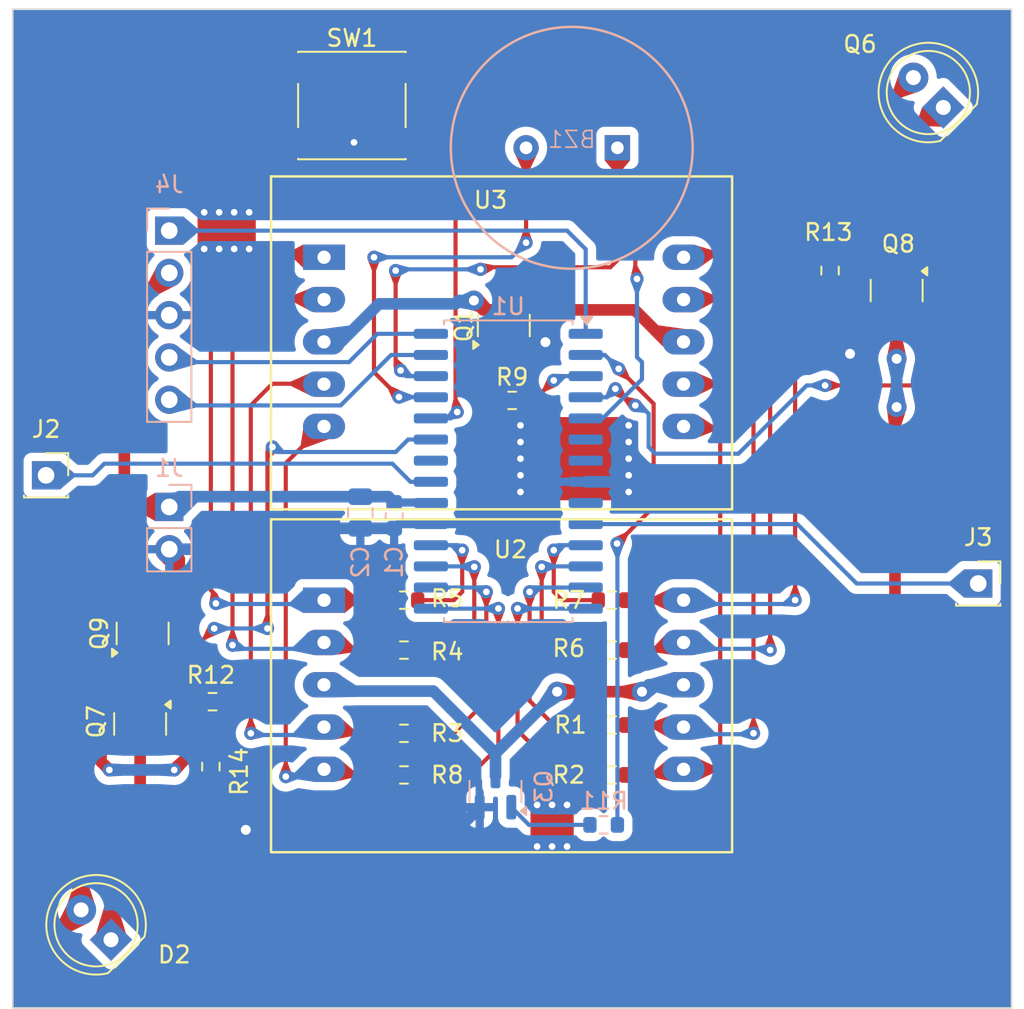
<source format=kicad_pcb>
(kicad_pcb (version 20240108) (generator "pcbnew") (generator_version "8.0")
  (layers (0 "F.Cu" signal) (31 "B.Cu" signal) (34 "B.Paste" user) (35 "F.Paste" user) (36 "B.SilkS" user "B.Silkscreen") (37 "F.SilkS" user "F.Silkscreen") (38 "B.Mask" user) (39 "F.Mask" user) (44 "Edge.Cuts" user))
  (net 0 "")
  (net 1 "/VDD")
  (net 2 "GND")
  (net 3 "Net-(J2-Pin_1)")
  (net 4 "Net-(J3-Pin_1)")
  (net 5 "/PGD")
  (net 6 "/MCLR")
  (net 7 "/PGC")
  (net 8 "Net-(Q1-C)")
  (net 9 "Net-(Q1-B)")
  (net 10 "Net-(Q3-B)")
  (net 11 "Net-(Q3-C)")
  (net 12 "/A")
  (net 13 "/sA")
  (net 14 "/sB")
  (net 15 "/B")
  (net 16 "/sC")
  (net 17 "/C")
  (net 18 "/sD")
  (net 19 "/D")
  (net 20 "/E")
  (net 21 "/sE")
  (net 22 "/sF")
  (net 23 "/F")
  (net 24 "/G")
  (net 25 "/sG")
  (net 26 "/sDP")
  (net 27 "/DP")
  (net 28 "/PWM2")
  (net 29 "/PWM1")
  (net 32 "Net-(U1-RB3)")
  (net 34 "Net-(D2-K)")
  (net 36 "Net-(BZ1-+)")
  (net 37 "Net-(BZ1--)")
  (net 38 "Net-(Q6-C)")
  (net 39 "Net-(Q7-B)")
  (net 40 "Net-(Q7-E)")
  (net 41 "/ADC")
  (net 42 "/IR_EN")
  (net 43 "/DAC")
  (footprint "Resistor_SMD:R_0603_1608Metric" (layer "F.Cu") (at 122 82.5)
    (property "Reference" "R4")
    (property "Value" "100")
  )
  (footprint "Package_TO_SOT_SMD:SOT-23" (layer "F.Cu") (at 106.15 86.9375 -90)
    (property "Reference" "Q7")
    (property "Value" "BCW66GR")
  )
  (footprint "Resistor_SMD:R_0603_1608Metric" (layer "F.Cu") (at 134.5 87 180)
    (property "Reference" "R1")
    (property "Value" "100")
  )
  (footprint "7SegmentDisplay:7SegmentLED_27.70x20x10mm" (layer "F.Cu") (at 117.2 84.7324)
    (property "Reference" "U2")
    (property "Value" "SM420561N")
  )
  (footprint "Resistor_SMD:R_0603_1608Metric" (layer "F.Cu") (at 134.5 79.5 180)
    (property "Reference" "R7")
    (property "Value" "100")
  )
  (footprint "Connector_PinSocket_2.54mm:PinSocket_1x01_P2.54mm_Vertical" (layer "F.Cu") (at 156.5 78.5)
    (property "Reference" "J3")
    (property "Value" "Touch2")
  )
  (footprint "Button_Switch_SMD:SW_Push_1P1T_NO_6x6mm_H9.5mm" (layer "F.Cu") (at 118.872 49.784)
    (property "Reference" "SW1")
    (property "Value" "SW_Push")
  )
  (footprint "Package_TO_SOT_SMD:SOT-23" (layer "F.Cu") (at 151.6 60.9 -90)
    (property "Reference" "Q8")
    (property "Value" "BC846")
  )
  (footprint "Resistor_SMD:R_0603_1608Metric" (layer "F.Cu") (at 122 90)
    (property "Reference" "R8")
    (property "Value" "100")
  )
  (footprint "Connector_PinSocket_2.54mm:PinSocket_1x01_P2.54mm_Vertical" (layer "F.Cu") (at 100.5 72)
    (property "Reference" "J2")
    (property "Value" "Touch1")
  )
  (footprint "Resistor_SMD:R_0603_1608Metric" (layer "F.Cu") (at 122 79.5)
    (property "Reference" "R5")
    (property "Value" "100")
  )
  (footprint "Resistor_SMD:R_0603_1608Metric" (layer "F.Cu") (at 110.4 89.5 90)
    (property "Reference" "R14")
    (property "Value" "6")
  )
  (footprint "7SegmentDisplay:7SegmentLED_27.70x20x10mm" (layer "F.Cu") (at 117.2 64.1324)
    (property "Reference" "U3")
    (property "Value" "SM420561N")
  )
  (footprint "Resistor_SMD:R_0603_1608Metric" (layer "F.Cu") (at 147.6 59.7 90)
    (property "Reference" "R13")
    (property "Value" "1k8")
  )
  (footprint "Resistor_SMD:R_0603_1608Metric" (layer "F.Cu") (at 110.5 85.6)
    (property "Reference" "R12")
    (property "Value" "1k6")
  )
  (footprint "Resistor_SMD:R_0603_1608Metric" (layer "F.Cu") (at 134.5 82.5 180)
    (property "Reference" "R6")
    (property "Value" "100")
  )
  (footprint "Package_TO_SOT_SMD:SOT-23" (layer "F.Cu") (at 128 63 90)
    (property "Reference" "Q1")
    (property "Value" "BCW66GR")
  )
  (footprint "LED_THT:LED_D5.0mm_Clear" (layer "F.Cu") (at 104.401561 99.901561 135)
    (property "Reference" "D2")
    (property "Value" "LED")
  )
  (footprint "LED_THT:LED_D5.0mm_Clear" (layer "F.Cu") (at 154.401562 49.901562 135)
    (property "Reference" "Q6")
    (property "Value" "BP103B")
  )
  (footprint "Package_TO_SOT_SMD:SOT-23" (layer "F.Cu") (at 106.3 81.5 90)
    (property "Reference" "Q9")
    (property "Value" "BC846")
  )
  (footprint "Resistor_SMD:R_0603_1608Metric" (layer "F.Cu") (at 134.5 90 180)
    (property "Reference" "R2")
    (property "Value" "100")
  )
  (footprint "Resistor_SMD:R_0603_1608Metric" (layer "F.Cu") (at 128.5 67.5 180)
    (property "Reference" "R9")
    (property "Value" "1k8")
  )
  (footprint "Resistor_SMD:R_0603_1608Metric" (layer "F.Cu") (at 122 87.5)
    (property "Reference" "R3")
    (property "Value" "100")
  )
  (footprint "Connector_PinHeader_2.54mm:PinHeader_1x02_P2.54mm_Vertical" (layer "B.Cu") (at 107.9 73.9 180)
    (property "Reference" "J1")
    (property "Value" "Battery")
  )
  (footprint "Capacitor_SMD:C_0603_1608Metric" (layer "B.Cu") (at 121.412 74.409 -90)
    (property "Reference" "C1")
    (property "Value" "100nF")
  )
  (footprint "Capacitor_SMD:C_0805_2012Metric" (layer "B.Cu") (at 119.38 74.234 -90)
    (property "Reference" "C2")
    (property "Value" "10uF")
  )
  (footprint "Package_TO_SOT_SMD:SOT-23" (layer "B.Cu") (at 127.5 91 90)
    (property "Reference" "Q3")
    (property "Value" "BCW66GR")
  )
  (footprint "Buzzer:Buzzer_D14x8mm_pitch5mm" (layer "B.Cu") (at 132.08 52.324 180)
    (property "Reference" "BZ1")
    (property "Value" "Buzzer")
  )
  (footprint "Connector_PinSocket_2.54mm:PinSocket_1x05_P2.54mm_Vertical" (layer "B.Cu") (at 107.9 57.3 180)
    (property "Reference" "J4")
    (property "Value" "Conn_01x05")
  )
  (footprint "Resistor_SMD:R_0603_1608Metric" (layer "B.Cu") (at 134 93 180)
    (property "Reference" "R11")
    (property "Value" "1k8")
  )
  (footprint "Package_SO:SOIC-28W_7.5x17.9mm_P1.27mm" (layer "B.Cu") (at 128.27 71.755 180)
    (property "Reference" "U1")
    (property "Value" "~")
  )
  (gr_rect (start 98.5 44) (end 158.5 104) (stroke (width 0.1)) (fill none) (layer "Edge.Cuts"))
  (segment (start 141 102.1) (end 102 102.1) (width 0.7) (layer "F.Cu") (net 1))
  (segment (start 102 102.1) (end 101.3 101.4) (width 0.7) (layer "F.Cu") (net 1))
  (segment (start 151.6 67.9) (end 151.5 68) (width 0.7) (layer "F.Cu") (net 1))
  (segment (start 101.8 77.9) (end 105.8 73.9) (width 0.7) (layer "F.Cu") (net 1))
  (segment (start 102.60551 98.10551) (end 102.60551 93.57051) (width 0.7) (layer "F.Cu") (net 1))
  (segment (start 101.3 99.41102) (end 102.60551 98.10551) (width 0.7) (layer "F.Cu") (net 1))
  (segment (start 102.60551 93.57051) (end 101.8 92.765) (width 0.7) (layer "F.Cu") (net 1))
  (segment (start 105.2 62.54) (end 105.2 73.3) (width 0.7) (layer "F.Cu") (net 1))
  (segment (start 151.6 61.8375) (end 151.6 65) (width 0.7) (layer "F.Cu") (net 1))
  (segment (start 105.8 73.9) (end 107.9 73.9) (width 0.7) (layer "F.Cu") (net 1))
  (segment (start 105.2 73.3) (end 105.8 73.9) (width 0.7) (layer "F.Cu") (net 1))
  (segment (start 151.5 68) (end 151.5 91.6) (width 0.7) (layer "F.Cu") (net 1))
  (segment (start 107.9 59.84) (end 105.2 62.54) (width 0.7) (layer "F.Cu") (net 1))
  (segment (start 101.8 92.765) (end 101.8 77.9) (width 0.7) (layer "F.Cu") (net 1))
  (segment (start 101.3 101.4) (end 101.3 99.41102) (width 0.7) (layer "F.Cu") (net 1))
  (segment (start 151.5 91.6) (end 141 102.1) (width 0.7) (layer "F.Cu") (net 1))
  (via (at 151.6 67.9) (size 1.2) (drill 0.6) (layers "F.Cu" "B.Cu") (net 1))
  (via (at 151.6 65) (size 1.2) (drill 0.6) (layers "F.Cu" "B.Cu") (net 1))
  (segment (start 123.594 73.634) (end 123.62 73.66) (width 0.5) (layer "B.Cu") (net 1))
  (segment (start 108.516 73.284) (end 119.38 73.284) (width 0.7) (layer "B.Cu") (net 1))
  (segment (start 107.9 73.9) (end 108.516 73.284) (width 0.7) (layer "B.Cu") (net 1))
  (segment (start 121.062 73.284) (end 121.412 73.634) (width 0.7) (layer "B.Cu") (net 1))
  (segment (start 121.412 73.634) (end 123.594 73.634) (width 0.5) (layer "B.Cu") (net 1))
  (segment (start 151.6 67.9) (end 151.6 65) (width 0.7) (layer "B.Cu") (net 1))
  (segment (start 119.38 73.284) (end 121.062 73.284) (width 0.7) (layer "B.Cu") (net 1))
  (segment (start 119.034 52.034) (end 119 52) (width 0.7) (layer "F.Cu") (net 2))
  (segment (start 148.7 64.1) (end 148.7 64.6) (width 0.7) (layer "F.Cu") (net 2))
  (segment (start 147.6 63) (end 148.7 64.1) (width 0.7) (layer "F.Cu") (net 2))
  (segment (start 108.5 81.3) (end 108.5 77.04) (width 0.7) (layer "F.Cu") (net 2))
  (segment (start 118.966 52.034) (end 119 52) (width 0.7) (layer "F.Cu") (net 2))
  (segment (start 108.3875 81.3) (end 108.5 81.3) (width 0.7) (layer "F.Cu") (net 2))
  (segment (start 122.847 52.034) (end 119.034 52.034) (width 0.7) (layer "F.Cu") (net 2))
  (segment (start 110.4 91.2) (end 112.5 93.3) (width 0.7) (layer "F.Cu") (net 2))
  (segment (start 114.897 52.034) (end 118.966 52.034) (width 0.7) (layer "F.Cu") (net 2))
  (segment (start 148.7 64.6) (end 148.8 64.7) (width 0.7) (layer "F.Cu") (net 2))
  (segment (start 128.95 63.9375) (end 130.4375 63.9375) (width 0.5) (layer "F.Cu") (net 2))
  (segment (start 108.5 77.04) (end 107.9 76.44) (width 0.7) (layer "F.Cu") (net 2))
  (segment (start 107.25 82.4375) (end 108.3875 81.3) (width 0.7) (layer "F.Cu") (net 2))
  (segment (start 130.4375 63.9375) (end 130.5 64) (width 0.5) (layer "F.Cu") (net 2))
  (segment (start 110.4 90.325) (end 110.4 91.2) (width 0.7) (layer "F.Cu") (net 2))
  (segment (start 147.6 60.525) (end 147.6 63) (width 0.7) (layer "F.Cu") (net 2))
  (via (at 111.8 56.2) (size 0.8) (drill 0.4) (layers "F.Cu" "B.Cu") (net 2))
  (via (at 112.7 56.2) (size 0.8) (drill 0.4) (layers "F.Cu" "B.Cu") (net 2))
  (via (at 110.9 58.4) (size 0.8) (drill 0.4) (layers "F.Cu" "B.Cu") (net 2))
  (via (at 110 58.4) (size 0.8) (drill 0.4) (layers "F.Cu" "B.Cu") (net 2))
  (via (at 129 70) (size 0.8) (drill 0.4) (layers "F.Cu" "B.Cu") (net 2))
  (via (at 135.5 70) (size 0.8) (drill 0.4) (layers "F.Cu" "B.Cu") (net 2))
  (via (at 135.5 69) (size 0.8) (drill 0.4) (layers "F.Cu" "B.Cu") (net 2))
  (via (at 112.7 58.4) (size 0.8) (drill 0.4) (layers "F.Cu" "B.Cu") (net 2))
  (via (at 129 73) (size 0.8) (drill 0.4) (layers "F.Cu" "B.Cu") (net 2))
  (via (at 111.8 58.4) (size 0.8) (drill 0.4) (layers "F.Cu" "B.Cu") (net 2))
  (via (at 110.9 56.2) (size 0.8) (drill 0.4) (layers "F.Cu" "B.Cu") (net 2))
  (via (at 130 94.3) (size 0.8) (drill 0.4) (layers "F.Cu" "B.Cu") (net 2))
  (via (at 148.8 64.7) (size 1.2) (drill 0.6) (layers "F.Cu" "B.Cu") (net 2))
  (via (at 112.5 93.3) (size 1.2) (drill 0.6) (layers "F.Cu" "B.Cu") (net 2))
  (via (at 135.5 73) (size 0.8) (drill 0.4) (layers "F.Cu" "B.Cu") (net 2))
  (via (at 119 52) (size 0.8) (drill 0.4) (layers "F.Cu" "B.Cu") (net 2))
  (via (at 129 71) (size 0.8) (drill 0.4) (layers "F.Cu" "B.Cu") (net 2))
  (via (at 129 72) (size 0.8) (drill 0.4) (layers "F.Cu" "B.Cu") (net 2))
  (via (at 110 56.2) (size 0.8) (drill 0.4) (layers "F.Cu" "B.Cu") (net 2))
  (via (at 130.9 94.3) (size 0.8) (drill 0.4) (layers "F.Cu" "B.Cu") (net 2))
  (via (at 135.5 72) (size 0.8) (drill 0.4) (layers "F.Cu" "B.Cu") (net 2))
  (via (at 135.5 71) (size 0.8) (drill 0.4) (layers "F.Cu" "B.Cu") (net 2))
  (via (at 131.8 94.3) (size 0.8) (drill 0.4) (layers "F.Cu" "B.Cu") (net 2))
  (via (at 131.8 91.8) (size 0.8) (drill 0.4) (layers "F.Cu" "B.Cu") (net 2))
  (via (at 130.9 91.8) (size 0.8) (drill 0.4) (layers "F.Cu" "B.Cu") (net 2))
  (via (at 130.5 64) (size 1.2) (drill 0.6) (layers "F.Cu" "B.Cu") (net 2))
  (via (at 129 69) (size 0.8) (drill 0.4) (layers "F.Cu" "B.Cu") (net 2))
  (via (at 130 91.8) (size 0.8) (drill 0.4) (layers "F.Cu" "B.Cu") (net 2))
  (segment (start 116.56 76.44) (end 117.816 75.184) (width 0.7) (layer "B.Cu") (net 2))
  (segment (start 125.1875 93.3) (end 126.55 91.9375) (width 0.7) (layer "B.Cu") (net 2))
  (segment (start 121.666 74.93) (end 123.62 74.93) (width 0.5) (layer "B.Cu") (net 2))
  (segment (start 117.816 75.184) (end 119.38 75.184) (width 0.7) (layer "B.Cu") (net 2))
  (segment (start 148.8 71.6) (end 148.01 72.39) (width 0.7) (layer "B.Cu") (net 2))
  (segment (start 119.38 75.184) (end 121.412 75.184) (width 0.7) (layer "B.Cu") (net 2))
  (segment (start 148.01 72.39) (end 132.92 72.39) (width 0.7) (layer "B.Cu") (net 2))
  (segment (start 112.5 93.3) (end 125.1875 93.3) (width 0.7) (layer "B.Cu") (net 2))
  (segment (start 107.9 76.44) (end 116.56 76.44) (width 0.7) (layer "B.Cu") (net 2))
  (segment (start 121.412 75.184) (end 121.666 74.93) (width 0.5) (layer "B.Cu") (net 2))
  (segment (start 148.8 64.7) (end 148.8 71.6) (width 0.7) (layer "B.Cu") (net 2))
  (segment (start 121.3 71.3) (end 122.39 72.39) (width 0.25) (layer "B.Cu") (net 3))
  (segment (start 100.5 72) (end 103.3 72) (width 0.25) (layer "B.Cu") (net 3))
  (segment (start 103.3 72) (end 104 71.3) (width 0.25) (layer "B.Cu") (net 3))
  (segment (start 122.39 72.39) (end 123.62 72.39) (width 0.25) (layer "B.Cu") (net 3))
  (segment (start 104 71.3) (end 121.3 71.3) (width 0.25) (layer "B.Cu") (net 3))
  (segment (start 156.5 78.5) (end 149.2 78.5) (width 0.25) (layer "B.Cu") (net 4))
  (segment (start 145.63 74.93) (end 132.92 74.93) (width 0.25) (layer "B.Cu") (net 4))
  (segment (start 149.2 78.5) (end 145.63 74.93) (width 0.25) (layer "B.Cu") (net 4))
  (segment (start 118.7 65.2) (end 120.4 63.5) (width 0.25) (layer "B.Cu") (net 5))
  (segment (start 107.9 64.92) (end 108.18 65.2) (width 0.25) (layer "B.Cu") (net 5))
  (segment (start 120.4 63.5) (end 123.62 63.5) (width 0.25) (layer "B.Cu") (net 5))
  (segment (start 108.18 65.2) (end 118.7 65.2) (width 0.25) (layer "B.Cu") (net 5))
  (segment (start 132.92 58.42) (end 132.92 63.5) (width 0.25) (layer "B.Cu") (net 6))
  (segment (start 131.8 57.3) (end 132.92 58.42) (width 0.25) (layer "B.Cu") (net 6))
  (segment (start 107.9 57.3) (end 131.8 57.3) (width 0.25) (layer "B.Cu") (net 6))
  (segment (start 118.2 67.8) (end 121.23 64.77) (width 0.25) (layer "B.Cu") (net 7))
  (segment (start 121.23 64.77) (end 123.62 64.77) (width 0.25) (layer "B.Cu") (net 7))
  (segment (start 107.9 67.46) (end 108.24 67.8) (width 0.25) (layer "B.Cu") (net 7))
  (segment (start 108.24 67.8) (end 118.2 67.8) (width 0.25) (layer "B.Cu") (net 7))
  (segment (start 126.7625 62.0625) (end 126.2 61.5) (width 0.7) (layer "F.Cu") (net 8))
  (segment (start 128 62.0625) (end 135.8625 62.0625) (width 0.7) (layer "F.Cu") (net 8))
  (segment (start 128 62.0625) (end 126.7625 62.0625) (width 0.7) (layer "F.Cu") (net 8))
  (segment (start 135.8625 62.0625) (end 137.7064 63.9064) (width 0.7) (layer "F.Cu") (net 8))
  (segment (start 137.7064 63.9064) (end 138.684 63.9064) (width 0.7) (layer "F.Cu") (net 8))
  (via (at 126.2 61.5) (size 1.2) (drill 0.6) (layers "F.Cu" "B.Cu") (net 8))
  (segment (start 125.1 61.7) (end 120.5 61.7) (width 0.7) (layer "B.Cu") (net 8))
  (segment (start 126.2 61.5) (end 125.3 61.5) (width 0.7) (layer "B.Cu") (net 8))
  (segment (start 120.5 61.7) (end 118.2936 63.9064) (width 0.7) (layer "B.Cu") (net 8))
  (segment (start 118.2936 63.9064) (end 117.084 63.9064) (width 0.7) (layer "B.Cu") (net 8))
  (segment (start 125.3 61.5) (end 125.1 61.7) (width 0.7) (layer "B.Cu") (net 8))
  (segment (start 127.1 65.6) (end 127.05 65.55) (width 0.25) (layer "F.Cu") (net 9))
  (segment (start 127.05 65.55) (end 127.05 63.9375) (width 0.25) (layer "F.Cu") (net 9))
  (segment (start 127.1 65.8) (end 127.1 65.6) (width 0.25) (layer "F.Cu") (net 9))
  (segment (start 127.675 67.5) (end 127.675 66.375) (width 0.25) (layer "F.Cu") (net 9))
  (segment (start 127.675 66.375) (end 127.1 65.8) (width 0.25) (layer "F.Cu") (net 9))
  (segment (start 128.45 91.9375) (end 129.5125 93) (width 0.25) (layer "B.Cu") (net 10))
  (segment (start 129.5125 93) (end 133.175 93) (width 0.25) (layer "B.Cu") (net 10))
  (segment (start 135.5 85) (end 131.2 85) (width 0.7) (layer "F.Cu") (net 11))
  (segment (start 136.3 85) (end 135.5 85) (width 0.7) (layer "F.Cu") (net 11))
  (via (at 136.3 85) (size 1.2) (drill 0.6) (layers "F.Cu" "B.Cu") (net 11))
  (via (at 131.2 85) (size 1.2) (drill 0.6) (layers "F.Cu" "B.Cu") (net 11))
  (segment (start 138.795 84.5824) (end 136.7176 84.5824) (width 0.7) (layer "B.Cu") (net 11))
  (segment (start 131.2 85) (end 127.5 88.7) (width 0.7) (layer "B.Cu") (net 11))
  (segment (start 117.5766 84.964) (end 117.195 84.5824) (width 0.7) (layer "B.Cu") (net 11))
  (segment (start 123.764 84.964) (end 117.5766 84.964) (width 0.7) (layer "B.Cu") (net 11))
  (segment (start 136.7176 84.5824) (end 136.3 85) (width 0.7) (layer "B.Cu") (net 11))
  (segment (start 127.5 88.7) (end 123.764 84.964) (width 0.7) (layer "B.Cu") (net 11))
  (segment (start 127.5 88.7) (end 127.5 90.0625) (width 0.7) (layer "B.Cu") (net 11))
  (segment (start 138.13 87) (end 138.684 87.554) (width 0.25) (layer "F.Cu") (net 12))
  (segment (start 141.9928 66.4964) (end 138.684 66.4964) (width 0.25) (layer "F.Cu") (net 12))
  (segment (start 135.325 87) (end 138.13 87) (width 0.25) (layer "F.Cu") (net 12))
  (segment (start 143 67.5036) (end 141.9928 66.4964) (width 0.25) (layer "F.Cu") (net 12))
  (segment (start 143 87.5) (end 143 67.5036) (width 0.25) (layer "F.Cu") (net 12))
  (via (at 143 87.5) (size 0.8) (drill 0.4) (layers "F.Cu" "B.Cu") (net 12))
  (segment (start 142.946 87.554) (end 143 87.5) (width 0.25) (layer "B.Cu") (net 12))
  (segment (start 139.2266 87.554) (end 142.946 87.554) (width 0.25) (layer "B.Cu") (net 12))
  (segment (start 138.795 87.1224) (end 139.2266 87.554) (width 0.25) (layer "B.Cu") (net 12))
  (segment (start 129.55 85.55) (end 131 87) (width 0.25) (layer "F.Cu") (net 13))
  (segment (start 131 87) (end 133.675 87) (width 0.25) (layer "F.Cu") (net 13))
  (segment (start 129.55 79) (end 129.55 85.55) (width 0.25) (layer "F.Cu") (net 13))
  (via (at 129.55 79) (size 0.8) (drill 0.4) (layers "F.Cu" "B.Cu") (net 13))
  (segment (start 132.92 78.74) (end 129.81 78.74) (width 0.25) (layer "B.Cu") (net 13))
  (segment (start 129.81 78.74) (end 129.55 79) (width 0.25) (layer "B.Cu") (net 13))
  (segment (start 131.5 90) (end 133.675 90) (width 0.25) (layer "F.Cu") (net 14))
  (segment (start 128.825 87.325) (end 131.5 90) (width 0.25) (layer "F.Cu") (net 14))
  (segment (start 128.825 80) (end 128.825 87.325) (width 0.25) (layer "F.Cu") (net 14))
  (via (at 128.825 80) (size 0.8) (drill 0.4) (layers "F.Cu" "B.Cu") (net 14))
  (segment (start 128.835 80.01) (end 128.825 80) (width 0.25) (layer "B.Cu") (net 14))
  (segment (start 132.92 80.01) (end 128.835 80.01) (width 0.25) (layer "B.Cu") (net 14))
  (segment (start 138.4624 90) (end 138.8 89.6624) (width 0.25) (layer "F.Cu") (net 15))
  (segment (start 141 69.5) (end 140.588 69.088) (width 0.25) (layer "F.Cu") (net 15))
  (segment (start 140.8376 89.6624) (end 141 89.5) (width 0.25) (layer "F.Cu") (net 15))
  (segment (start 140.588 69.088) (end 138.684 69.088) (width 0.25) (layer "F.Cu") (net 15))
  (segment (start 135.325 90) (end 138.4624 90) (width 0.25) (layer "F.Cu") (net 15))
  (segment (start 141 89.5) (end 141 69.5) (width 0.25) (layer "F.Cu") (net 15))
  (segment (start 138.8 89.6624) (end 140.8376 89.6624) (width 0.25) (layer "F.Cu") (net 15))
  (segment (start 125 87.5) (end 122.825 87.5) (width 0.25) (layer "F.Cu") (net 16))
  (segment (start 126.95 79) (end 126.95 85.55) (width 0.25) (layer "F.Cu") (net 16))
  (segment (start 126.95 85.55) (end 125 87.5) (width 0.25) (layer "F.Cu") (net 16))
  (via (at 126.95 79) (size 0.8) (drill 0.4) (layers "F.Cu" "B.Cu") (net 16))
  (segment (start 123.62 78.74) (end 126.69 78.74) (width 0.25) (layer "B.Cu") (net 16))
  (segment (start 126.69 78.74) (end 126.95 79) (width 0.25) (layer "B.Cu") (net 16))
  (segment (start 112.8 87.5) (end 112.8 67.8) (width 0.25) (layer "F.Cu") (net 17))
  (segment (start 117.084 87.2334) (end 117.084 87.554) (width 0.25) (layer "F.Cu") (net 17))
  (segment (start 117.195 87.1224) (end 117.084 87.2334) (width 0.25) (layer "F.Cu") (net 17))
  (segment (start 121.175 87.5) (end 117.5726 87.5) (width 0.25) (layer "F.Cu") (net 17))
  (segment (start 114.1036 66.4964) (end 117.084 66.4964) (width 0.25) (layer "F.Cu") (net 17))
  (segment (start 112.8 67.8) (end 114.1036 66.4964) (width 0.25) (layer "F.Cu") (net 17))
  (segment (start 117.5726 87.5) (end 117.195 87.1224) (width 0.25) (layer "F.Cu") (net 17))
  (via (at 112.8 87.5) (size 0.8) (drill 0.4) (layers "F.Cu" "B.Cu") (net 17))
  (segment (start 112.9 87.6) (end 112.8 87.5) (width 0.25) (layer "B.Cu") (net 17))
  (segment (start 117.084 87.554) (end 117.038 87.6) (width 0.25) (layer "B.Cu") (net 17))
  (segment (start 117.038 87.6) (end 112.9 87.6) (width 0.25) (layer "B.Cu") (net 17))
  (segment (start 126.225 77.5) (end 126.225 81.775) (width 0.25) (layer "F.Cu") (net 18))
  (segment (start 125.5 82.5) (end 122.825 82.5) (width 0.25) (layer "F.Cu") (net 18))
  (segment (start 126.225 81.775) (end 125.5 82.5) (width 0.25) (layer "F.Cu") (net 18))
  (via (at 126.225 77.5) (size 0.8) (drill 0.4) (layers "F.Cu" "B.Cu") (net 18))
  (segment (start 126.195 77.47) (end 126.225 77.5) (width 0.25) (layer "B.Cu") (net 18))
  (segment (start 123.62 77.47) (end 126.195 77.47) (width 0.25) (layer "B.Cu") (net 18))
  (segment (start 121.175 82.5) (end 118.7 82.5) (width 0.25) (layer "F.Cu") (net 19))
  (segment (start 111.7 82.2) (end 111.7 63.5) (width 0.25) (layer "F.Cu") (net 19))
  (segment (start 117.084 82.1584) (end 117.084 82.424) (width 0.25) (layer "F.Cu") (net 19))
  (segment (start 118.2424 82.0424) (end 117.2 82.0424) (width 0.25) (layer "F.Cu") (net 19))
  (segment (start 111.7 63.5) (end 113.8336 61.3664) (width 0.25) (layer "F.Cu") (net 19))
  (segment (start 118.7 82.5) (end 118.2424 82.0424) (width 0.25) (layer "F.Cu") (net 19))
  (segment (start 113.8336 61.3664) (end 117.084 61.3664) (width 0.25) (layer "F.Cu") (net 19))
  (segment (start 117.2 82.0424) (end 117.084 82.1584) (width 0.25) (layer "F.Cu") (net 19))
  (via (at 111.7 82.2) (size 0.8) (drill 0.4) (layers "F.Cu" "B.Cu") (net 19))
  (segment (start 115.9816 82.0424) (end 117.2 82.0424) (width 0.25) (layer "B.Cu") (net 19))
  (segment (start 111.924 82.424) (end 111.7 82.2) (width 0.25) (layer "B.Cu") (net 19))
  (segment (start 115.6 82.424) (end 111.924 82.424) (width 0.25) (layer "B.Cu") (net 19))
  (segment (start 115.6 82.424) (end 115.9816 82.0424) (width 0.25) (layer "B.Cu") (net 19))
  (segment (start 117.084 79.616) (end 117.084 79.7316) (width 0.25) (layer "F.Cu") (net 20))
  (segment (start 121.175 79.5) (end 117.2 79.5) (width 0.25) (layer "F.Cu") (net 20))
  (segment (start 110.7 79.7) (end 110.7 79.2) (width 0.25) (layer "F.Cu") (net 20))
  (segment (start 114.526 58.674) (end 117.084 58.674) (width 0.25) (layer "F.Cu") (net 20))
  (segment (start 110.7 79.2) (end 110.4 78.9) (width 0.25) (layer "F.Cu") (net 20))
  (segment (start 110.4 62.8) (end 114.526 58.674) (width 0.25) (layer "F.Cu") (net 20))
  (segment (start 117.2 79.5) (end 117.084 79.616) (width 0.25) (layer "F.Cu") (net 20))
  (segment (start 110.4 78.9) (end 110.4 62.8) (width 0.25) (layer "F.Cu") (net 20))
  (via (at 110.7 79.7) (size 0.8) (drill 0.4) (layers "F.Cu" "B.Cu") (net 20))
  (segment (start 116.9684 79.7316) (end 110.7316 79.7316) (width 0.25) (layer "B.Cu") (net 20))
  (segment (start 117.2 79.5) (end 116.9684 79.7316) (width 0.25) (layer "B.Cu") (net 20))
  (segment (start 110.7316 79.7316) (end 110.7 79.7) (width 0.25) (layer "B.Cu") (net 20))
  (segment (start 125.5 76.5) (end 125.5 79) (width 0.25) (layer "F.Cu") (net 21))
  (segment (start 125 79.5) (end 122.825 79.5) (width 0.25) (layer "F.Cu") (net 21))
  (segment (start 125.5 79) (end 125 79.5) (width 0.25) (layer "F.Cu") (net 21))
  (via (at 125.5 76.5) (size 0.8) (drill 0.4) (layers "F.Cu" "B.Cu") (net 21))
  (segment (start 123.62 76.2) (end 125.2 76.2) (width 0.25) (layer "B.Cu") (net 21))
  (segment (start 125.2 76.2) (end 125.5 76.5) (width 0.25) (layer "B.Cu") (net 21))
  (segment (start 130.275 77.5) (end 130.275 81.275) (width 0.25) (layer "F.Cu") (net 22))
  (segment (start 131.5 82.5) (end 133.675 82.5) (width 0.25) (layer "F.Cu") (net 22))
  (segment (start 130.275 81.275) (end 131.5 82.5) (width 0.25) (layer "F.Cu") (net 22))
  (via (at 130.275 77.5) (size 0.8) (drill 0.4) (layers "F.Cu" "B.Cu") (net 22))
  (segment (start 132.92 77.47) (end 130.305 77.47) (width 0.25) (layer "B.Cu") (net 22))
  (segment (start 130.305 77.47) (end 130.275 77.5) (width 0.25) (layer "B.Cu") (net 22))
  (segment (start 144 82.5) (end 144 63) (width 0.25) (layer "F.Cu") (net 23))
  (segment (start 144 63) (end 142.3664 61.3664) (width 0.25) (layer "F.Cu") (net 23))
  (segment (start 142.3664 61.3664) (end 138.684 61.3664) (width 0.25) (layer "F.Cu") (net 23))
  (segment (start 138.608 82.5) (end 138.684 82.424) (width 0.25) (layer "F.Cu") (net 23))
  (segment (start 135.325 82.5) (end 138.608 82.5) (width 0.25) (layer "F.Cu") (net 23))
  (via (at 144 82.5) (size 0.8) (drill 0.4) (layers "F.Cu" "B.Cu") (net 23))
  (segment (start 138.8 82.0424) (end 139.1816 82.424) (width 0.25) (layer "B.Cu") (net 23))
  (segment (start 139.1816 82.424) (end 143.924 82.424) (width 0.25) (layer "B.Cu") (net 23))
  (segment (start 143.924 82.424) (end 144 82.5) (width 0.25) (layer "B.Cu") (net 23))
  (segment (start 145.5 62) (end 142.174 58.674) (width 0.25) (layer "F.Cu") (net 24))
  (segment (start 145.5 79.5) (end 145.5 62) (width 0.25) (layer "F.Cu") (net 24))
  (segment (start 139.0316 79.7316) (end 139.7684 79.7316) (width 0.25) (layer "F.Cu") (net 24))
  (segment (start 142.174 58.674) (end 138.684 58.674) (width 0.25) (layer "F.Cu") (net 24))
  (segment (start 138.8 79.5) (end 139.0316 79.7316) (width 0.25) (layer "F.Cu") (net 24))
  (segment (start 135.325 79.5) (end 138.8 79.5) (width 0.25) (layer "F.Cu") (net 24))
  (via (at 145.5 79.5) (size 0.8) (drill 0.4) (layers "F.Cu" "B.Cu") (net 24))
  (segment (start 145.2684 79.7316) (end 145.5 79.5) (width 0.25) (layer "B.Cu") (net 24))
  (segment (start 138.8 79.5) (end 139.0316 79.7316) (width 0.25) (layer "B.Cu") (net 24))
  (segment (start 139.0316 79.7316) (end 145.2684 79.7316) (width 0.25) (layer "B.Cu") (net 24))
  (segment (start 131.5 79.5) (end 133.675 79.5) (width 0.25) (layer "F.Cu") (net 25))
  (segment (start 131 79) (end 131.5 79.5) (width 0.25) (layer "F.Cu") (net 25))
  (segment (start 131 76.5) (end 131 79) (width 0.25) (layer "F.Cu") (net 25))
  (via (at 131 76.5) (size 0.8) (drill 0.4) (layers "F.Cu" "B.Cu") (net 25))
  (segment (start 132.92 76.2) (end 131.3 76.2) (width 0.25) (layer "B.Cu") (net 25))
  (segment (start 131.3 76.2) (end 131 76.5) (width 0.25) (layer "B.Cu") (net 25))
  (segment (start 127.675 88.325) (end 126 90) (width 0.25) (layer "F.Cu") (net 26))
  (segment (start 127.675 80) (end 127.675 88.325) (width 0.25) (layer "F.Cu") (net 26))
  (segment (start 126 90) (end 122.825 90) (width 0.25) (layer "F.Cu") (net 26))
  (via (at 127.675 80) (size 0.8) (drill 0.4) (layers "F.Cu" "B.Cu") (net 26))
  (segment (start 123.62 80.01) (end 127.665 80.01) (width 0.25) (layer "B.Cu") (net 26))
  (segment (start 127.665 80.01) (end 127.675 80) (width 0.25) (layer "B.Cu") (net 26))
  (segment (start 121.175 90) (end 117.5376 90) (width 0.25) (layer "F.Cu") (net 27))
  (segment (start 117.2 89.6624) (end 117.084 89.7784) (width 0.25) (layer "F.Cu") (net 27))
  (segment (start 117.084 89.7784) (end 117.084 90.1456) (width 0.25) (layer "F.Cu") (net 27))
  (segment (start 114.9 90.1) (end 114.9 71.272) (width 0.25) (layer "F.Cu") (net 27))
  (segment (start 117.5376 90) (end 117.2 89.6624) (width 0.25) (layer "F.Cu") (net 27))
  (segment (start 114.9 71.272) (end 117.084 69.088) (width 0.25) (layer "F.Cu") (net 27))
  (via (at 114.9 90.1) (size 0.8) (drill 0.4) (layers "F.Cu" "B.Cu") (net 27))
  (segment (start 117.2 89.6624) (end 116.7624 90.1) (width 0.25) (layer "B.Cu") (net 27))
  (segment (start 116.7624 90.1) (end 114.9 90.1) (width 0.25) (layer "B.Cu") (net 27))
  (segment (start 129.325 67.5) (end 129.8 67.5) (width 0.25) (layer "F.Cu") (net 28))
  (segment (start 129.8 67.5) (end 131 66.3) (width 0.25) (layer "F.Cu") (net 28))
  (via (at 131 66.3) (size 0.8) (drill 0.4) (layers "F.Cu" "B.Cu") (net 28))
  (segment (start 131 66.3) (end 131.26 66.04) (width 0.25) (layer "B.Cu") (net 28))
  (segment (start 131.26 66.04) (end 132.92 66.04) (width 0.25) (layer "B.Cu") (net 28))
  (segment (start 137 67.7) (end 134.9 65.6) (width 0.25) (layer "F.Cu") (net 29))
  (segment (start 137 73.9) (end 137 67.7) (width 0.25) (layer "F.Cu") (net 29))
  (segment (start 134.8 76.1) (end 137 73.9) (width 0.25) (layer "F.Cu") (net 29))
  (via (at 134.9 65.6) (size 0.8) (drill 0.4) (layers "F.Cu" "B.Cu") (net 29))
  (via (at 134.8 76.1) (size 0.8) (drill 0.4) (layers "F.Cu" "B.Cu") (net 29))
  (segment (start 134.07 64.77) (end 132.92 64.77) (width 0.25) (layer "B.Cu") (net 29))
  (segment (start 134.825 76.125) (end 134.8 76.1) (width 0.25) (layer "B.Cu") (net 29))
  (segment (start 134.9 65.6) (end 134.07 64.77) (width 0.25) (layer "B.Cu") (net 29))
  (segment (start 134.825 93) (end 134.825 76.125) (width 0.25) (layer "B.Cu") (net 29))
  (segment (start 125.1 68.1) (end 125.2 68.2) (width 0.25) (layer "F.Cu") (net 32))
  (segment (start 124.634 47.534) (end 125.1 48) (width 0.25) (layer "F.Cu") (net 32))
  (segment (start 122.847 47.534) (end 124.634 47.534) (width 0.25) (layer "F.Cu") (net 32))
  (segment (start 125.1 48) (end 125.1 68.1) (width 0.25) (layer "F.Cu") (net 32))
  (segment (start 114.897 47.534) (end 122.847 47.534) (width 0.25) (layer "F.Cu") (net 32))
  (via (at 125.2 68.2) (size 0.8) (drill 0.4) (layers "F.Cu" "B.Cu") (net 32))
  (segment (start 124.82 68.58) (end 123.62 68.58) (width 0.25) (layer "B.Cu") (net 32))
  (segment (start 125.2 68.2) (end 124.82 68.58) (width 0.25) (layer "B.Cu") (net 32))
  (segment (start 106.2 92.6) (end 106.15 92.55) (width 0.7) (layer "F.Cu") (net 34))
  (segment (start 106.15 92.55) (end 106.15 87.875) (width 0.7) (layer "F.Cu") (net 34))
  (segment (start 104.401561 94.398439) (end 106.2 92.6) (width 0.7) (layer "F.Cu") (net 34))
  (segment (start 104.401561 99.901561) (end 104.401561 94.398439) (width 0.7) (layer "F.Cu") (net 34))
  (segment (start 129.3368 58.025) (end 129.3368 52.324) (width 0.25) (layer "F.Cu") (net 36))
  (segment (start 120.2 65.8) (end 121.7 67.3) (width 0.25) (layer "F.Cu") (net 36))
  (segment (start 120.2 58.9) (end 120.2 65.8) (width 0.25) (layer "F.Cu") (net 36))
  (via (at 121.7 67.3) (size 0.8) (drill 0.4) (layers "F.Cu" "B.Cu") (net 36))
  (via (at 129.3368 58.025) (size 0.8) (drill 0.4) (layers "F.Cu" "B.Cu") (net 36))
  (via (at 120.2 58.9) (size 0.8) (drill 0.4) (layers "F.Cu" "B.Cu") (net 36))
  (segment (start 121.7 67.3) (end 123.61 67.3) (width 0.25) (layer "B.Cu") (net 36))
  (segment (start 129.3368 58.025) (end 128.4618 58.9) (width 0.25) (layer "B.Cu") (net 36))
  (segment (start 128.4618 58.9) (end 120.2 58.9) (width 0.25) (layer "B.Cu") (net 36))
  (segment (start 123.61 67.3) (end 123.62 67.31) (width 0.25) (layer "B.Cu") (net 36))
  (segment (start 134.8232 59.0768) (end 134.4 59.5) (width 0.25) (layer "F.Cu") (net 37))
  (segment (start 121.5 59.7) (end 121.5 65.4) (width 0.25) (layer "F.Cu") (net 37))
  (segment (start 134.8232 52.324) (end 134.8232 59.0768) (width 0.25) (layer "F.Cu") (net 37))
  (segment (start 126.725 59.5) (end 126.6 59.625) (width 0.25) (layer "F.Cu") (net 37))
  (segment (start 134.4 59.5) (end 126.725 59.5) (width 0.25) (layer "F.Cu") (net 37))
  (segment (start 121.5 65.4) (end 121.8 65.7) (width 0.25) (layer "F.Cu") (net 37))
  (via (at 126.6 59.625) (size 0.8) (drill 0.4) (layers "F.Cu" "B.Cu") (net 37))
  (via (at 121.8 65.7) (size 0.8) (drill 0.4) (layers "F.Cu" "B.Cu") (net 37))
  (via (at 121.5 59.7) (size 0.8) (drill 0.4) (layers "F.Cu" "B.Cu") (net 37))
  (segment (start 122.14 66.04) (end 123.62 66.04) (width 0.25) (layer "B.Cu") (net 37))
  (segment (start 121.8 65.7) (end 122.14 66.04) (width 0.25) (layer "B.Cu") (net 37))
  (segment (start 121.575 59.625) (end 121.5 59.7) (width 0.25) (layer "B.Cu") (net 37))
  (segment (start 126.6 59.625) (end 121.575 59.625) (width 0.25) (layer "B.Cu") (net 37))
  (segment (start 150.475 59.7875) (end 150.475 53.325) (width 0.25) (layer "F.Cu") (net 38))
  (segment (start 150.65 59.9625) (end 150.475 59.7875) (width 0.25) (layer "F.Cu") (net 38))
  (segment (start 150.475 53.325) (end 153.898438 49.901562) (width 0.25) (layer "F.Cu") (net 38))
  (segment (start 153.898438 49.901562) (end 154.401562 49.901562) (width 0.25) (layer "F.Cu") (net 38))
  (segment (start 107.1 86) (end 108 86.9) (width 0.25) (layer "F.Cu") (net 39))
  (segment (start 110.8 86.9) (end 111.325 86.375) (width 0.25) (layer "F.Cu") (net 39))
  (segment (start 111.325 86.375) (end 111.325 85.6) (width 0.25) (layer "F.Cu") (net 39))
  (segment (start 106.3 85.2) (end 106.3 80.5625) (width 0.25) (layer "F.Cu") (net 39))
  (segment (start 107.1 86) (end 106.3 85.2) (width 0.25) (layer "F.Cu") (net 39))
  (segment (start 108 86.9) (end 110.8 86.9) (width 0.25) (layer "F.Cu") (net 39))
  (segment (start 103.8 87.7) (end 103.8 89.2) (width 0.7) (layer "F.Cu") (net 40))
  (segment (start 105.2 86) (end 103.8 87.4) (width 0.7) (layer "F.Cu") (net 40))
  (segment (start 103.8 89.2) (end 104.3 89.7) (width 0.7) (layer "F.Cu") (net 40))
  (segment (start 109.225 88.675) (end 110.4 88.675) (width 0.7) (layer "F.Cu") (net 40))
  (segment (start 103.8 87.4) (end 103.8 87.7) (width 0.25) (layer "F.Cu") (net 40))
  (segment (start 105.2 82.5875) (end 105.35 82.4375) (width 0.25) (layer "F.Cu") (net 40))
  (segment (start 105.2 86) (end 105.2 82.5875) (width 0.25) (layer "F.Cu") (net 40))
  (segment (start 108.2 89.7) (end 109.225 88.675) (width 0.7) (layer "F.Cu") (net 40))
  (via (at 104.3 89.7) (size 0.8) (drill 0.4) (layers "F.Cu" "B.Cu") (net 40))
  (via (at 108.2 89.7) (size 0.8) (drill 0.4) (layers "F.Cu" "B.Cu") (net 40))
  (segment (start 104.3 89.7) (end 108.2 89.7) (width 0.7) (layer "B.Cu") (net 40))
  (segment (start 147.6 58.875) (end 147.935 58.54) (width 0.25) (layer "F.Cu") (net 41))
  (segment (start 147.935 52.776022) (end 152.605511 48.105511) (width 0.25) (layer "F.Cu") (net 41))
  (segment (start 147.935 58.54) (end 147.935 52.776022) (width 0.25) (layer "F.Cu") (net 41))
  (segment (start 147.6 58.875) (end 144.575 58.875) (width 0.25) (layer "F.Cu") (net 41))
  (segment (start 135.9 60) (end 135.9 60.1) (width 0.25) (layer "F.Cu") (net 41))
  (segment (start 135.9 60.1) (end 136 60.2) (width 0.25) (layer "F.Cu") (net 41))
  (segment (start 137.8 56.7) (end 135.9 58.6) (width 0.25) (layer "F.Cu") (net 41))
  (segment (start 144.575 58.875) (end 142.9 57.2) (width 0.25) (layer "F.Cu") (net 41))
  (segment (start 142.9 57.2) (end 142.4 56.7) (width 0.25) (layer "F.Cu") (net 41))
  (segment (start 135.9 58.6) (end 135.9 60) (width 0.25) (layer "F.Cu") (net 41))
  (segment (start 142.4 56.7) (end 137.8 56.7) (width 0.25) (layer "F.Cu") (net 41))
  (via (at 136 60.2) (size 0.8) (drill 0.4) (layers "F.Cu" "B.Cu") (net 41))
  (segment (start 133.944999 68.58) (end 132.92 68.58) (width 0.25) (layer "B.Cu") (net 41))
  (segment (start 136 60.2) (end 136 64.9) (width 0.25) (layer "B.Cu") (net 41))
  (segment (start 136.3 66.224999) (end 133.944999 68.58) (width 0.25) (layer "B.Cu") (net 41))
  (segment (start 136 64.9) (end 136.3 65.2) (width 0.25) (layer "B.Cu") (net 41))
  (segment (start 136.3 65.2) (end 136.3 66.224999) (width 0.25) (layer "B.Cu") (net 41))
  (segment (start 113.8 70.6) (end 114.1 70.3) (width 0.25) (layer "F.Cu") (net 42))
  (segment (start 109.675 82.125) (end 110.6 81.2) (width 0.25) (layer "F.Cu") (net 42))
  (segment (start 113.8 81.2) (end 113.8 70.6) (width 0.25) (layer "F.Cu") (net 42))
  (segment (start 109.675 85.6) (end 109.675 82.125) (width 0.25) (layer "F.Cu") (net 42))
  (via (at 113.8 81.2) (size 0.8) (drill 0.4) (layers "F.Cu" "B.Cu") (net 42))
  (via (at 110.6 81.2) (size 0.8) (drill 0.4) (layers "F.Cu" "B.Cu") (net 42))
  (via (at 114.1 70.3) (size 0.8) (drill 0.4) (layers "F.Cu" "B.Cu") (net 42))
  (segment (start 111.2 81.2) (end 113.8 81.2) (width 0.25) (layer "B.Cu") (net 42))
  (segment (start 122.25 69.85) (end 123.62 69.85) (width 0.25) (layer "B.Cu") (net 42))
  (segment (start 110.6 81.2) (end 111.2 81.2) (width 0.25) (layer "B.Cu") (net 42))
  (segment (start 114.1 70.3) (end 114.4 70.6) (width 0.25) (layer "B.Cu") (net 42))
  (segment (start 114.4 70.6) (end 121.5 70.6) (width 0.25) (layer "B.Cu") (net 42))
  (segment (start 121.5 70.6) (end 122.25 69.85) (width 0.25) (layer "B.Cu") (net 42))
  (segment (start 153.7 61.1) (end 153.7 65.5) (width 0.25) (layer "F.Cu") (net 43))
  (segment (start 152.55 59.9625) (end 153.6875 61.1) (width 0.25) (layer "F.Cu") (net 43))
  (segment (start 153.7 65.5) (end 152.6 66.6) (width 0.25) (layer "F.Cu") (net 43))
  (segment (start 135.7 67.8) (end 134.699847 66.799847) (width 0.25) (layer "F.Cu") (net 43))
  (segment (start 135.9 67.8) (end 135.7 67.8) (width 0.25) (layer "F.Cu") (net 43))
  (segment (start 153.6875 61.1) (end 153.7 61.1) (width 0.25) (layer "F.Cu") (net 43))
  (segment (start 152.6 66.6) (end 147.3 66.6) (width 0.25) (layer "F.Cu") (net 43))
  (via (at 134.699847 66.799847) (size 0.8) (drill 0.4) (layers "F.Cu" "B.Cu") (net 43))
  (via (at 147.3 66.6) (size 0.8) (drill 0.4) (layers "F.Cu" "B.Cu") (net 43))
  (via (at 135.9 67.8) (size 0.8) (drill 0.4) (layers "F.Cu" "B.Cu") (net 43))
  (segment (start 136.7 70.2) (end 136.7 68.3) (width 0.25) (layer "B.Cu") (net 43))
  (segment (start 136.2 67.8) (end 135.9 67.8) (width 0.25) (layer "B.Cu") (net 43))
  (segment (start 137.1 70.7) (end 136.7 70.3) (width 0.25) (layer "B.Cu") (net 43))
  (segment (start 134.699847 66.799847) (end 134.189694 67.31) (width 0.25) (layer "B.Cu") (net 43))
  (segment (start 147.3 66.6) (end 146.2 66.6) (width 0.25) (layer "B.Cu") (net 43))
  (segment (start 134.189694 67.31) (end 132.92 67.31) (width 0.25) (layer "B.Cu") (net 43))
  (segment (start 141.8 70.7) (end 137.1 70.7) (width 0.25) (layer "B.Cu") (net 43))
  (segment (start 146.2 66.6) (end 142.1 70.7) (width 0.25) (layer "B.Cu") (net 43))
  (segment (start 136.7 70.3) (end 136.7 70.2) (width 0.25) (layer "B.Cu") (net 43))
  (segment (start 136.5 68.1) (end 136.2 67.8) (width 0.25) (layer "B.Cu") (net 43))
  (segment (start 136.7 68.3) (end 136.5 68.1) (width 0.25) (layer "B.Cu") (net 43))
  (segment (start 142.1 70.7) (end 141.8 70.7) (width 0.25) (layer "B.Cu") (net 43))
  (zone (net 2) (net_name "GND") (layer "F.Cu") (priority 3) (connect_pads (clearance 0.5)) (min_thickness 0.25) (fill yes (thermal_gap 0.5) (thermal_bridge_width 0.5))
    (polygon (pts (xy 129.6 94.7) (xy 129.6 91.4) (xy 132.2 91.4) (xy 132.2 94.7)))
  )
  (zone (net 2) (net_name "GND") (layer "F.Cu") (priority 2) (connect_pads (clearance 0.5)) (min_thickness 0.25) (fill yes (thermal_gap 0.5) (thermal_bridge_width 0.5))
    (polygon (pts (xy 109.6 58.8) (xy 109.6 55.7) (xy 113.1 55.7) (xy 113.1 58.8)))
  )
  (zone (net 2) (net_name "GND") (layer "F.Cu") (name "GND Island") (priority 1) (connect_pads (clearance 0.5)) (min_thickness 0.25) (fill yes (thermal_gap 0.5) (thermal_bridge_width 0.5))
    (polygon (pts (xy 128.5 68.5) (xy 136 68.5) (xy 136 73.5) (xy 128.5 73.5)))
  )
  (zone (net 0) (net_name "") (layer "B.Cu") (name "POUR_4") (connect_pads (clearance 0)) (min_thickness 0.25)
    (keepout (tracks allowed) (vias allowed) (pads allowed) (copperpour not_allowed) (footprints allowed))
    (fill (thermal_gap 0.5) (thermal_bridge_width 0.5))
    (polygon (pts (xy 133.3 59.1) (xy 138 59.1) (xy 138 66.8) (xy 133.3 66.8)))
  )
  (zone (net 2) (net_name "GND") (layer "B.Cu") (name "GND Plane") (connect_pads (clearance 0.5)) (min_thickness 0.25) (fill yes (thermal_gap 0.5) (thermal_bridge_width 0.5))
    (polygon (pts (xy 98.5 44) (xy 158.5 44) (xy 158.5 104) (xy 98.5 104)))
  )
  (zone (net 0) (net_name "") (layer "B.Cu") (name "POUR_2") (connect_pads (clearance 0)) (min_thickness 0.25)
    (keepout (tracks allowed) (vias allowed) (pads allowed) (copperpour not_allowed) (footprints allowed))
    (fill (thermal_gap 0.5) (thermal_bridge_width 0.5))
    (polygon (pts (xy 106.6 72.7) (xy 106.6 71.8) (xy 121.6 71.8) (xy 121.6 72.7)))
  )
  (zone (net 0) (net_name "") (layer "B.Cu") (name "POUR_1") (connect_pads (clearance 0)) (min_thickness 0.25)
    (keepout (tracks allowed) (vias allowed) (pads allowed) (copperpour not_allowed) (footprints allowed))
    (fill (thermal_gap 0.5) (thermal_bridge_width 0.5))
    (polygon (pts (xy 118.6 68) (xy 120.9 65.8) (xy 122.3 65.8) (xy 122.2 70.3) (xy 118.6 70.3)))
  )
  (zone (net 0) (net_name "") (layer "B.Cu") (name "POUR_3") (connect_pads (clearance 0)) (min_thickness 0.25)
    (keepout (tracks allowed) (vias allowed) (pads allowed) (copperpour not_allowed) (footprints allowed))
    (fill (thermal_gap 0.5) (thermal_bridge_width 0.5))
    (polygon (pts (xy 107.8 71.6) (xy 107.8 68.4) (xy 116 68.3) (xy 116 71.6)))
  )
)
</source>
